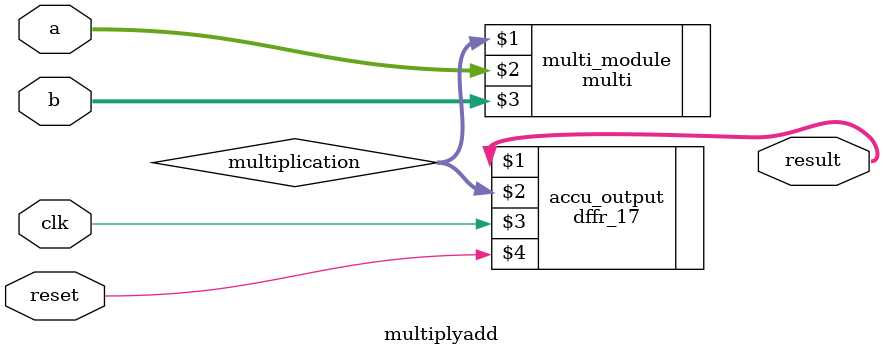
<source format=v>

module multiplyadd(result, a, b, reset, clk);

   output [16:0] result;
   input  [7:0] a;
   input  [7:0] b;
   input  reset;
   input  clk;
   
   wire [15:0] multiplication;
   wire [16:0] sum;

   // Custom cell block:
   multi multi_module(multiplication, a, b);
   
   //   cla16 cla16_module(sum, multiplication, result[15:0]);
   
   // Output register is 17-bits long to include Carry out in the result.
   // module dffr_17 (q, d, clk, reset);
   dffr_17 accu_output(result, multiplication, clk, reset);

endmodule

</source>
